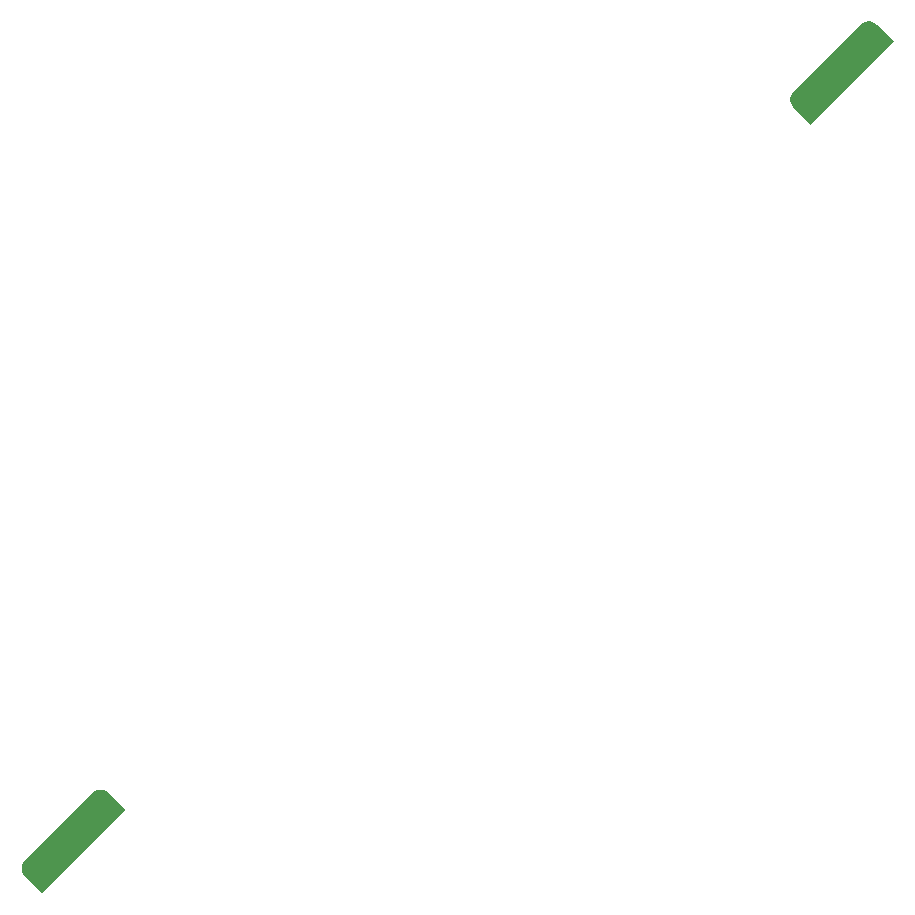
<source format=gbs>
G04*
G04 #@! TF.GenerationSoftware,Altium Limited,Altium Designer,25.5.2 (35)*
G04*
G04 Layer_Color=16711935*
%FSLAX44Y44*%
%MOMM*%
G71*
G04*
G04 #@! TF.SameCoordinates,C5252B2F-79BF-4130-8680-8E5645FEB656*
G04*
G04*
G04 #@! TF.FilePolarity,Negative*
G04*
G01*
G75*
G36*
X21213Y346455D02*
X7071Y360597D01*
X6375Y361294D01*
X5280Y362932D01*
X4526Y364752D01*
X4142Y366684D01*
X4142Y368653D01*
X4526Y370585D01*
X5280Y372405D01*
X6375Y374043D01*
X7071Y374740D01*
Y374740D01*
X63640Y431308D01*
X64336Y432005D01*
X65974Y433099D01*
X67794Y433853D01*
X69726Y434237D01*
X71696Y434237D01*
X73628Y433853D01*
X75447Y433099D01*
X77085Y432005D01*
X77782Y431308D01*
X77782Y431308D01*
X91924Y417166D01*
X21213Y346455D01*
D02*
G37*
G36*
X671751Y996994D02*
X657609Y1011136D01*
X656913Y1011832D01*
X655818Y1013470D01*
X655065Y1015290D01*
X654680Y1017222D01*
X654680Y1019192D01*
X655065Y1021124D01*
X655818Y1022943D01*
X656913Y1024581D01*
X657609Y1025278D01*
X657609Y1025278D01*
X714178Y1081846D01*
X714874Y1082543D01*
X716512Y1083637D01*
X718332Y1084391D01*
X720264Y1084775D01*
X722234D01*
X724166Y1084391D01*
X725986Y1083637D01*
X727624Y1082543D01*
X728320Y1081846D01*
X728320Y1081846D01*
X742462Y1067704D01*
X671751Y996994D01*
D02*
G37*
M02*

</source>
